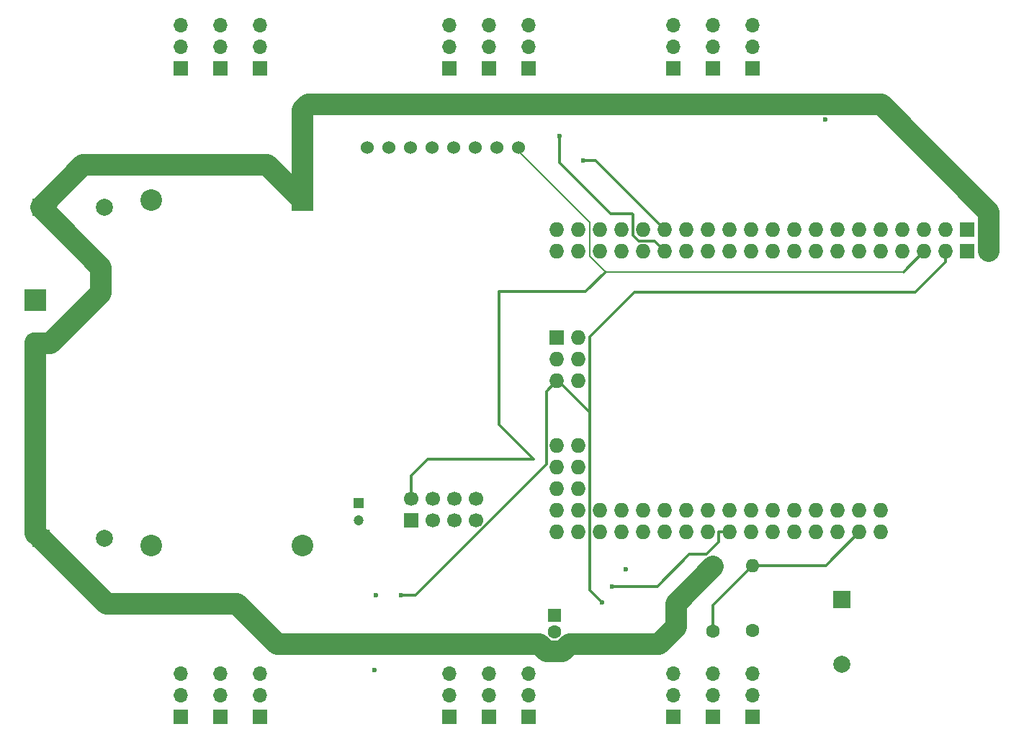
<source format=gbr>
%TF.GenerationSoftware,KiCad,Pcbnew,8.0.7*%
%TF.CreationDate,2025-07-10T17:57:33-04:00*%
%TF.ProjectId,_autosave-Hexapod V2,5f617574-6f73-4617-9665-2d4865786170,rev?*%
%TF.SameCoordinates,Original*%
%TF.FileFunction,Copper,L4,Bot*%
%TF.FilePolarity,Positive*%
%FSLAX46Y46*%
G04 Gerber Fmt 4.6, Leading zero omitted, Abs format (unit mm)*
G04 Created by KiCad (PCBNEW 8.0.7) date 2025-07-10 17:57:33*
%MOMM*%
%LPD*%
G01*
G04 APERTURE LIST*
%TA.AperFunction,ComponentPad*%
%ADD10R,1.700000X1.700000*%
%TD*%
%TA.AperFunction,ComponentPad*%
%ADD11O,1.700000X1.700000*%
%TD*%
%TA.AperFunction,ComponentPad*%
%ADD12R,2.600000X2.600000*%
%TD*%
%TA.AperFunction,ComponentPad*%
%ADD13C,2.600000*%
%TD*%
%TA.AperFunction,ComponentPad*%
%ADD14C,2.540000*%
%TD*%
%TA.AperFunction,ComponentPad*%
%ADD15R,2.540000X2.540000*%
%TD*%
%TA.AperFunction,ComponentPad*%
%ADD16R,1.200000X1.200000*%
%TD*%
%TA.AperFunction,ComponentPad*%
%ADD17C,1.200000*%
%TD*%
%TA.AperFunction,ComponentPad*%
%ADD18R,2.000000X2.000000*%
%TD*%
%TA.AperFunction,ComponentPad*%
%ADD19C,2.000000*%
%TD*%
%TA.AperFunction,ComponentPad*%
%ADD20R,1.600000X1.600000*%
%TD*%
%TA.AperFunction,ComponentPad*%
%ADD21C,1.600000*%
%TD*%
%TA.AperFunction,ComponentPad*%
%ADD22C,1.700000*%
%TD*%
%TA.AperFunction,ComponentPad*%
%ADD23O,1.727200X1.727200*%
%TD*%
%TA.AperFunction,ComponentPad*%
%ADD24R,1.727200X1.727200*%
%TD*%
%TA.AperFunction,ComponentPad*%
%ADD25O,1.600000X1.600000*%
%TD*%
%TA.AperFunction,ComponentPad*%
%ADD26C,1.524000*%
%TD*%
%TA.AperFunction,ViaPad*%
%ADD27C,0.600000*%
%TD*%
%TA.AperFunction,Conductor*%
%ADD28C,0.300000*%
%TD*%
%TA.AperFunction,Conductor*%
%ADD29C,2.500000*%
%TD*%
%TA.AperFunction,Conductor*%
%ADD30C,0.200000*%
%TD*%
G04 APERTURE END LIST*
D10*
%TO.P,Tibia,1,Pin_1*%
%TO.N,GND*%
X143650000Y-53650000D03*
D11*
%TO.P,Tibia,2,Pin_2*%
%TO.N,S+*%
X143650000Y-51110000D03*
%TO.P,Tibia,3,Pin_3*%
%TO.N,S15*%
X143650000Y-48570000D03*
%TD*%
D12*
%TO.P,J1,1,Pin_1*%
%TO.N,GND*%
X95000000Y-80950000D03*
D13*
%TO.P,J1,2,Pin_2*%
%TO.N,VIN*%
X95000000Y-86030000D03*
%TD*%
D10*
%TO.P,Femur,1,Pin_1*%
%TO.N,GND*%
X174650000Y-53650000D03*
D11*
%TO.P,Femur,2,Pin_2*%
%TO.N,S+*%
X174650000Y-51110000D03*
%TO.P,Femur,3,Pin_3*%
%TO.N,S11*%
X174650000Y-48570000D03*
%TD*%
D14*
%TO.P,REF\u002A\u002A,2*%
%TO.N,GND*%
X108610000Y-69170000D03*
%TO.P,REF\u002A\u002A,3*%
X108610000Y-109810000D03*
%TO.P,REF\u002A\u002A,4*%
%TO.N,S+*%
X126390000Y-109810000D03*
D15*
%TO.P,REF\u002A\u002A,B*%
%TO.N,VIN*%
X126390000Y-69170000D03*
%TD*%
D16*
%TO.P,C3,1*%
%TO.N,+3.3V*%
X133000000Y-104839500D03*
D17*
%TO.P,C3,2*%
%TO.N,GND*%
X133000000Y-106839500D03*
%TD*%
D18*
%TO.P,C5,1*%
%TO.N,VIN*%
X95625000Y-109000000D03*
D19*
%TO.P,C5,2*%
%TO.N,GND*%
X103125000Y-109000000D03*
%TD*%
D18*
%TO.P,BZ1,1,+*%
%TO.N,Buzzer*%
X189800000Y-116200000D03*
D19*
%TO.P,BZ1,2,-*%
%TO.N,GND*%
X189800000Y-123800000D03*
%TD*%
D10*
%TO.P,Femur,1,Pin_1*%
%TO.N,GND*%
X148300000Y-130000000D03*
D11*
%TO.P,Femur,2,Pin_2*%
%TO.N,S+*%
X148300000Y-127460000D03*
%TO.P,Femur,3,Pin_3*%
%TO.N,S5*%
X148300000Y-124920000D03*
%TD*%
D10*
%TO.P,Coxa,1,Pin_1*%
%TO.N,GND*%
X152950000Y-53650000D03*
D11*
%TO.P,Coxa,2,Pin_2*%
%TO.N,S+*%
X152950000Y-51110000D03*
%TO.P,Coxa,3,Pin_3*%
%TO.N,S13*%
X152950000Y-48570000D03*
%TD*%
D10*
%TO.P,Coxa,1,Pin_1*%
%TO.N,GND*%
X179300000Y-130000000D03*
D11*
%TO.P,Coxa,2,Pin_2*%
%TO.N,S+*%
X179300000Y-127460000D03*
%TO.P,Coxa,3,Pin_3*%
%TO.N,S1*%
X179300000Y-124920000D03*
%TD*%
D20*
%TO.P,C7,1*%
%TO.N,GND*%
X156000000Y-118000000D03*
D21*
%TO.P,C7,2*%
%TO.N,+5V*%
X156000000Y-120000000D03*
%TD*%
D10*
%TO.P,Femur,1,Pin_1*%
%TO.N,GND*%
X174650000Y-130000000D03*
D11*
%TO.P,Femur,2,Pin_2*%
%TO.N,S+*%
X174650000Y-127460000D03*
%TO.P,Femur,3,Pin_3*%
%TO.N,S2*%
X174650000Y-124920000D03*
%TD*%
D10*
%TO.P,Coxa,1,Pin_1*%
%TO.N,GND*%
X179300000Y-53650000D03*
D11*
%TO.P,Coxa,2,Pin_2*%
%TO.N,S+*%
X179300000Y-51110000D03*
%TO.P,Coxa,3,Pin_3*%
%TO.N,S10*%
X179300000Y-48570000D03*
%TD*%
D10*
%TO.P,Coxa,1,Pin_1*%
%TO.N,GND*%
X121400000Y-53650000D03*
D11*
%TO.P,Coxa,2,Pin_2*%
%TO.N,S+*%
X121400000Y-51110000D03*
%TO.P,Coxa,3,Pin_3*%
%TO.N,S16*%
X121400000Y-48570000D03*
%TD*%
D10*
%TO.P,Tibia,1,Pin_1*%
%TO.N,GND*%
X112100000Y-130000000D03*
D11*
%TO.P,Tibia,2,Pin_2*%
%TO.N,S+*%
X112100000Y-127460000D03*
%TO.P,Tibia,3,Pin_3*%
%TO.N,S9*%
X112100000Y-124920000D03*
%TD*%
D10*
%TO.P,Femur,1,Pin_1*%
%TO.N,GND*%
X116750000Y-130000000D03*
D11*
%TO.P,Femur,2,Pin_2*%
%TO.N,S+*%
X116750000Y-127460000D03*
%TO.P,Femur,3,Pin_3*%
%TO.N,S8*%
X116750000Y-124920000D03*
%TD*%
D10*
%TO.P,Tibia,1,Pin_1*%
%TO.N,GND*%
X170000000Y-130000000D03*
D11*
%TO.P,Tibia,2,Pin_2*%
%TO.N,S+*%
X170000000Y-127460000D03*
%TO.P,Tibia,3,Pin_3*%
%TO.N,S3*%
X170000000Y-124920000D03*
%TD*%
D10*
%TO.P,U2,1,GND*%
%TO.N,GND*%
X139175000Y-106839500D03*
D22*
%TO.P,U2,2,VCC*%
%TO.N,+3.3V*%
X139175000Y-104299500D03*
%TO.P,U2,3,CE*%
%TO.N,CE*%
X141715000Y-106839500D03*
%TO.P,U2,4,~{CSN}*%
%TO.N,CSN*%
X141715000Y-104299500D03*
%TO.P,U2,5,SCK*%
%TO.N,SCK*%
X144255000Y-106839500D03*
%TO.P,U2,6,MOSI*%
%TO.N,MOSI*%
X144255000Y-104299500D03*
%TO.P,U2,7,MISO*%
%TO.N,MISO*%
X146795000Y-106839500D03*
%TO.P,U2,8,IRQ*%
%TO.N,unconnected-(U2-IRQ-Pad8)*%
X146795000Y-104299500D03*
%TD*%
D23*
%TO.P,A1,3V31,3.3V*%
%TO.N,+3.3V*%
X199475000Y-75210000D03*
%TO.P,A1,3V32,3.3V*%
X199475000Y-72670000D03*
%TO.P,A1,5V1,5V*%
%TO.N,+5V*%
X202015000Y-75210000D03*
%TO.P,A1,5V2,SPI_5V*%
X156295000Y-90450000D03*
%TO.P,A1,5V3,5V*%
X202015000Y-72670000D03*
%TO.P,A1,A0,A0*%
%TO.N,unconnected-(A1-PadA0)*%
X194395000Y-108230000D03*
%TO.P,A1,A1,A1*%
%TO.N,unconnected-(A1-PadA1)*%
X194395000Y-105690000D03*
%TO.P,A1,A2,A2*%
%TO.N,VD Reading*%
X191855000Y-108230000D03*
%TO.P,A1,A3,A3*%
%TO.N,unconnected-(A1-PadA3)*%
X191855000Y-105690000D03*
%TO.P,A1,A4,A4*%
%TO.N,Buzzer*%
X189315000Y-108230000D03*
%TO.P,A1,A5,A5*%
%TO.N,unconnected-(A1-PadA5)*%
X189315000Y-105690000D03*
%TO.P,A1,A6,A6*%
%TO.N,unconnected-(A1-PadA6)*%
X186775000Y-108230000D03*
%TO.P,A1,A7,A7*%
%TO.N,unconnected-(A1-PadA7)*%
X186775000Y-105690000D03*
%TO.P,A1,A8,A8*%
%TO.N,unconnected-(A1-PadA8)*%
X184235000Y-108230000D03*
%TO.P,A1,A9,A9*%
%TO.N,unconnected-(A1-PadA9)*%
X184235000Y-105690000D03*
%TO.P,A1,A10,A10*%
%TO.N,unconnected-(A1-PadA10)*%
X181695000Y-108230000D03*
%TO.P,A1,A11,A11*%
%TO.N,unconnected-(A1-PadA11)*%
X181695000Y-105690000D03*
%TO.P,A1,A12,A12*%
%TO.N,unconnected-(A1-PadA12)*%
X179155000Y-108230000D03*
%TO.P,A1,A13,A13*%
%TO.N,unconnected-(A1-PadA13)*%
X179155000Y-105690000D03*
%TO.P,A1,A14,A14*%
%TO.N,Current Reading*%
X176615000Y-108230000D03*
%TO.P,A1,A15,A15*%
%TO.N,unconnected-(A1-PadA15)*%
X176615000Y-105690000D03*
%TO.P,A1,AREF,AREF*%
%TO.N,unconnected-(A1-PadAREF)*%
X196935000Y-75210000D03*
%TO.P,A1,D0,D0/RX0*%
%TO.N,unconnected-(A1-D0{slash}RX0-PadD0)*%
X194395000Y-75210000D03*
%TO.P,A1,D1,D1/TX0*%
%TO.N,unconnected-(A1-D1{slash}TX0-PadD1)*%
X194395000Y-72670000D03*
%TO.P,A1,D2,D2_INT0*%
%TO.N,unconnected-(A1-D2_INT0-PadD2)*%
X191855000Y-75210000D03*
%TO.P,A1,D3,D3_INT1*%
%TO.N,unconnected-(A1-D3_INT1-PadD3)*%
X191855000Y-72670000D03*
%TO.P,A1,D4,D4*%
%TO.N,LED1*%
X189315000Y-75210000D03*
%TO.P,A1,D5,D5*%
%TO.N,unconnected-(A1-PadD5)*%
X189315000Y-72670000D03*
%TO.P,A1,D6,D6*%
%TO.N,unconnected-(A1-PadD6)*%
X186775000Y-75210000D03*
%TO.P,A1,D7,D7*%
%TO.N,S10*%
X186775000Y-72670000D03*
%TO.P,A1,D8,D8*%
%TO.N,unconnected-(A1-PadD8)*%
X184235000Y-75210000D03*
%TO.P,A1,D9,D9*%
%TO.N,S11*%
X184235000Y-72670000D03*
%TO.P,A1,D10,D10*%
%TO.N,unconnected-(A1-PadD10)*%
X181695000Y-75210000D03*
%TO.P,A1,D11,D11*%
%TO.N,S12*%
X181695000Y-72670000D03*
%TO.P,A1,D12,D12*%
%TO.N,unconnected-(A1-PadD12)*%
X179155000Y-75210000D03*
%TO.P,A1,D13,D13*%
%TO.N,S13*%
X179155000Y-72670000D03*
%TO.P,A1,D14,D14/TX3*%
%TO.N,unconnected-(A1-D14{slash}TX3-PadD14)*%
X176615000Y-75210000D03*
%TO.P,A1,D15,D15/RX3*%
%TO.N,unconnected-(A1-D15{slash}RX3-PadD15)*%
X176615000Y-72670000D03*
%TO.P,A1,D16,D16/TX2*%
%TO.N,unconnected-(A1-D16{slash}TX2-PadD16)*%
X174075000Y-75210000D03*
%TO.P,A1,D17,D17/RX2*%
%TO.N,unconnected-(A1-D17{slash}RX2-PadD17)*%
X174075000Y-72670000D03*
%TO.P,A1,D18,D18/TX1*%
%TO.N,unconnected-(A1-D18{slash}TX1-PadD18)*%
X171535000Y-75210000D03*
%TO.P,A1,D19,D19/RX1*%
%TO.N,unconnected-(A1-D19{slash}RX1-PadD19)*%
X171535000Y-72670000D03*
%TO.P,A1,D20,D20/SDA*%
%TO.N,SDA*%
X168995000Y-75210000D03*
%TO.P,A1,D21,D21/SCL*%
%TO.N,SCL*%
X168995000Y-72670000D03*
%TO.P,A1,D22,D22*%
%TO.N,unconnected-(A1-PadD22)*%
X166455000Y-75210000D03*
%TO.P,A1,D23,D23*%
%TO.N,S14*%
X166455000Y-72670000D03*
%TO.P,A1,D24,D24*%
%TO.N,unconnected-(A1-PadD24)*%
X163915000Y-75210000D03*
%TO.P,A1,D25,D25*%
%TO.N,S15*%
X163915000Y-72670000D03*
%TO.P,A1,D26,D26*%
%TO.N,unconnected-(A1-PadD26)*%
X161375000Y-75210000D03*
%TO.P,A1,D27,D27*%
%TO.N,S16*%
X161375000Y-72670000D03*
%TO.P,A1,D28,D28*%
%TO.N,unconnected-(A1-PadD28)*%
X158835000Y-75210000D03*
%TO.P,A1,D29,D29*%
%TO.N,S17*%
X158835000Y-72670000D03*
%TO.P,A1,D30,D30*%
%TO.N,unconnected-(A1-PadD30)*%
X156295000Y-75210000D03*
%TO.P,A1,D31,D31*%
%TO.N,S18*%
X156295000Y-72670000D03*
%TO.P,A1,D32,D32*%
%TO.N,S1*%
X174075000Y-108230000D03*
%TO.P,A1,D33,D33*%
%TO.N,unconnected-(A1-PadD33)*%
X174075000Y-105690000D03*
%TO.P,A1,D34,D34*%
%TO.N,S2*%
X171535000Y-108230000D03*
%TO.P,A1,D35,D35*%
%TO.N,unconnected-(A1-PadD35)*%
X171535000Y-105690000D03*
%TO.P,A1,D36,D36*%
%TO.N,S3*%
X168995000Y-108230000D03*
%TO.P,A1,D37,D37*%
%TO.N,unconnected-(A1-PadD37)*%
X168995000Y-105690000D03*
%TO.P,A1,D38,D38*%
%TO.N,S4*%
X166455000Y-108230000D03*
%TO.P,A1,D39,D39*%
%TO.N,unconnected-(A1-PadD39)*%
X166455000Y-105690000D03*
%TO.P,A1,D40,D40*%
%TO.N,S5*%
X163915000Y-108230000D03*
%TO.P,A1,D41,D41*%
%TO.N,unconnected-(A1-PadD41)*%
X163915000Y-105690000D03*
%TO.P,A1,D42,D42*%
%TO.N,S6*%
X161375000Y-108230000D03*
%TO.P,A1,D43,D43*%
%TO.N,unconnected-(A1-PadD43)*%
X161375000Y-105690000D03*
%TO.P,A1,D44,D44*%
%TO.N,LED2*%
X158835000Y-108230000D03*
%TO.P,A1,D45,D45*%
%TO.N,S7*%
X158835000Y-105690000D03*
%TO.P,A1,D46,D46*%
%TO.N,S8*%
X156295000Y-108230000D03*
%TO.P,A1,D47,D47*%
%TO.N,S9*%
X156295000Y-105690000D03*
%TO.P,A1,D48,D48*%
%TO.N,CE*%
X156295000Y-103150000D03*
%TO.P,A1,D49,D49*%
%TO.N,unconnected-(A1-PadD49)*%
X158835000Y-103150000D03*
%TO.P,A1,D50,D50_MISO*%
%TO.N,MISO*%
X156295000Y-100610000D03*
%TO.P,A1,D51,D51_MOSI*%
%TO.N,MOSI*%
X158835000Y-100610000D03*
%TO.P,A1,D52,D52_SCK*%
%TO.N,SCK*%
X156295000Y-98070000D03*
%TO.P,A1,D53,D53_CS*%
%TO.N,CSN*%
X158835000Y-98070000D03*
D24*
%TO.P,A1,GND1,GND*%
%TO.N,GND*%
X204555000Y-75210000D03*
%TO.P,A1,GND2,GND*%
X204555000Y-72670000D03*
%TO.P,A1,GND4,SPI_GND*%
X156295000Y-85370000D03*
D23*
%TO.P,A1,MISO,SPI_MISO*%
%TO.N,unconnected-(A1-SPI_MISO-PadMISO)*%
X158835000Y-90450000D03*
%TO.P,A1,MOSI,SPI_MOSI*%
%TO.N,unconnected-(A1-SPI_MOSI-PadMOSI)*%
X156295000Y-87910000D03*
%TO.P,A1,RST1,RESET*%
%TO.N,unconnected-(A1-RESET-PadRST1)*%
X196935000Y-72670000D03*
%TO.P,A1,RST2,SPI_RESET*%
%TO.N,unconnected-(A1-SPI_RESET-PadRST2)*%
X158835000Y-85370000D03*
%TO.P,A1,SCK,SPI_SCK*%
%TO.N,unconnected-(A1-SPI_SCK-PadSCK)*%
X158835000Y-87910000D03*
%TO.P,A1,VIN1,VIN*%
%TO.N,VIN*%
X207095000Y-75210000D03*
%TO.P,A1,VIN2,VIN*%
X207095000Y-72670000D03*
%TD*%
D10*
%TO.P,Tibia,1,Pin_1*%
%TO.N,GND*%
X143650000Y-130000000D03*
D11*
%TO.P,Tibia,2,Pin_2*%
%TO.N,S+*%
X143650000Y-127460000D03*
%TO.P,Tibia,3,Pin_3*%
%TO.N,S6*%
X143650000Y-124920000D03*
%TD*%
D10*
%TO.P,Coxa,1,Pin_1*%
%TO.N,GND*%
X121400000Y-130000000D03*
D11*
%TO.P,Coxa,2,Pin_2*%
%TO.N,S+*%
X121400000Y-127460000D03*
%TO.P,Coxa,3,Pin_3*%
%TO.N,S7*%
X121400000Y-124920000D03*
%TD*%
D10*
%TO.P,Coxa,1,Pin_1*%
%TO.N,GND*%
X152950000Y-130000000D03*
D11*
%TO.P,Coxa,2,Pin_2*%
%TO.N,S+*%
X152950000Y-127460000D03*
%TO.P,Coxa,3,Pin_3*%
%TO.N,S4*%
X152950000Y-124920000D03*
%TD*%
D18*
%TO.P,C4,1*%
%TO.N,VIN*%
X95625000Y-69980000D03*
D19*
%TO.P,C4,2*%
%TO.N,GND*%
X103125000Y-69980000D03*
%TD*%
D10*
%TO.P,Tibia,1,Pin_1*%
%TO.N,GND*%
X112100000Y-53650000D03*
D11*
%TO.P,Tibia,2,Pin_2*%
%TO.N,S+*%
X112100000Y-51110000D03*
%TO.P,Tibia,3,Pin_3*%
%TO.N,S18*%
X112100000Y-48570000D03*
%TD*%
D10*
%TO.P,Tibia,1,Pin_1*%
%TO.N,GND*%
X170000000Y-53650000D03*
D11*
%TO.P,Tibia,2,Pin_2*%
%TO.N,S+*%
X170000000Y-51110000D03*
%TO.P,Tibia,3,Pin_3*%
%TO.N,S12*%
X170000000Y-48570000D03*
%TD*%
D21*
%TO.P,R2,1*%
%TO.N,GND*%
X179337600Y-119790000D03*
D25*
%TO.P,R2,2*%
%TO.N,VD Reading*%
X179337600Y-112170000D03*
%TD*%
D10*
%TO.P,Femur,1,Pin_1*%
%TO.N,GND*%
X148300000Y-53650000D03*
D11*
%TO.P,Femur,2,Pin_2*%
%TO.N,S+*%
X148300000Y-51110000D03*
%TO.P,Femur,3,Pin_3*%
%TO.N,S14*%
X148300000Y-48570000D03*
%TD*%
D26*
%TO.P,U1,1,VCC*%
%TO.N,+3.3V*%
X151780000Y-63000000D03*
%TO.P,U1,2,GND*%
%TO.N,GND*%
X149240000Y-63000000D03*
%TO.P,U1,3,SCL*%
%TO.N,SCL*%
X146700000Y-63000000D03*
%TO.P,U1,4,SDA*%
%TO.N,SDA*%
X144160000Y-63000000D03*
%TO.P,U1,5,XDA*%
%TO.N,unconnected-(U1-XDA-Pad5)*%
X141620000Y-63000000D03*
%TO.P,U1,6,XCL*%
%TO.N,unconnected-(U1-XCL-Pad6)*%
X139080000Y-63000000D03*
%TO.P,U1,7,ADD*%
%TO.N,unconnected-(U1-ADD-Pad7)*%
X136540000Y-63000000D03*
%TO.P,U1,8,INT*%
%TO.N,unconnected-(U1-INT-Pad8)*%
X134000000Y-63000000D03*
%TD*%
D21*
%TO.P,R1,1*%
%TO.N,VD Reading*%
X174650000Y-119920000D03*
D25*
%TO.P,R1,2*%
%TO.N,VIN*%
X174650000Y-112300000D03*
%TD*%
D12*
%TO.P,J1,1,Pin_1*%
%TO.N,VIN*%
X95000000Y-92950000D03*
D13*
%TO.P,J1,2,Pin_2*%
X95000000Y-98030000D03*
%TD*%
D10*
%TO.P,Femur,1,Pin_1*%
%TO.N,GND*%
X116750000Y-53650000D03*
D11*
%TO.P,Femur,2,Pin_2*%
%TO.N,S+*%
X116750000Y-51110000D03*
%TO.P,Femur,3,Pin_3*%
%TO.N,S17*%
X116750000Y-48570000D03*
%TD*%
D27*
%TO.N,+5V*%
X161595000Y-116525000D03*
X138012500Y-115687500D03*
%TO.N,GND*%
X164450000Y-112650000D03*
X134850000Y-124450000D03*
X135025000Y-115650000D03*
X187840000Y-59670000D03*
%TO.N,VIN*%
X165405000Y-121475000D03*
X161595000Y-121475000D03*
X162865000Y-121475000D03*
X164135000Y-121475000D03*
%TO.N,SDA*%
X156579800Y-61635200D03*
%TO.N,SCL*%
X159419800Y-64560200D03*
%TO.N,Current Reading*%
X162800000Y-114600000D03*
%TD*%
D28*
%TO.N,+5V*%
X155081400Y-91663600D02*
X155081400Y-100250157D01*
X155081400Y-100250157D02*
X139644057Y-115687500D01*
X198446314Y-80000000D02*
X165400000Y-80000000D01*
X160161400Y-115091400D02*
X160161400Y-94154973D01*
X160161400Y-94154973D02*
X156456427Y-90450000D01*
X139644057Y-115687500D02*
X138012500Y-115687500D01*
X161595000Y-116525000D02*
X160161400Y-115091400D01*
X165400000Y-80000000D02*
X160161400Y-85238600D01*
X156456427Y-90450000D02*
X156295000Y-90450000D01*
X202015000Y-76431314D02*
X198446314Y-80000000D01*
X160161400Y-85238600D02*
X160161400Y-94154973D01*
X202015000Y-75210000D02*
X202015000Y-76431314D01*
X156295000Y-90450000D02*
X155081400Y-91663600D01*
D29*
%TO.N,VIN*%
X126390000Y-58610000D02*
X126390000Y-69170000D01*
X95000000Y-108375000D02*
X95625000Y-109000000D01*
X95625000Y-109000000D02*
X103325000Y-116700000D01*
X154218019Y-121400000D02*
X155068019Y-122250000D01*
X102700000Y-80090000D02*
X96760000Y-86030000D01*
X168300000Y-121400000D02*
X170300000Y-119400000D01*
X207095000Y-70582800D02*
X194432200Y-57920000D01*
X207095000Y-72670000D02*
X207095000Y-75210000D01*
X207095000Y-72670000D02*
X207095000Y-70582800D01*
X156931981Y-122250000D02*
X157781981Y-121400000D01*
X102700000Y-77100000D02*
X102700000Y-80090000D01*
X126390000Y-69170000D02*
X122220000Y-65000000D01*
X97750000Y-72150000D02*
X102700000Y-77100000D01*
X122220000Y-65000000D02*
X100605000Y-65000000D01*
X95000000Y-92950000D02*
X95000000Y-98030000D01*
X127080000Y-57920000D02*
X126390000Y-58610000D01*
X170300000Y-116650000D02*
X174650000Y-112300000D01*
X123400000Y-121400000D02*
X154218019Y-121400000D01*
X155068019Y-122250000D02*
X156931981Y-122250000D01*
X96760000Y-86030000D02*
X95000000Y-86030000D01*
X97750000Y-72105000D02*
X97750000Y-72150000D01*
X157781981Y-121400000D02*
X168300000Y-121400000D01*
X95625000Y-69980000D02*
X97750000Y-72105000D01*
X170300000Y-119400000D02*
X170300000Y-116650000D01*
X95000000Y-86030000D02*
X95000000Y-92950000D01*
X118700000Y-116700000D02*
X123400000Y-121400000D01*
X103325000Y-116700000D02*
X118700000Y-116700000D01*
X95000000Y-98030000D02*
X95000000Y-108375000D01*
X194432200Y-57920000D02*
X127080000Y-57920000D01*
X100605000Y-65000000D02*
X95625000Y-69980000D01*
D28*
%TO.N,SDA*%
X165241400Y-70858600D02*
X165241400Y-73285490D01*
X167781400Y-73996400D02*
X168995000Y-75210000D01*
X165952310Y-73996400D02*
X167781400Y-73996400D01*
X165241400Y-73285490D02*
X165952310Y-73996400D01*
X165182800Y-70800000D02*
X165241400Y-70858600D01*
X156579800Y-64779800D02*
X162600000Y-70800000D01*
X162600000Y-70800000D02*
X165182800Y-70800000D01*
X156579800Y-61635200D02*
X156579800Y-64779800D01*
D30*
%TO.N,+3.3V*%
X160211400Y-75751400D02*
X162060000Y-77600000D01*
X151780000Y-63400000D02*
X160211400Y-71831400D01*
D28*
X162000000Y-77600000D02*
X162060000Y-77600000D01*
X199475000Y-75210000D02*
X197085000Y-77600000D01*
D30*
X151780000Y-63000000D02*
X151780000Y-63400000D01*
D28*
X139175000Y-104299500D02*
X139175000Y-101625000D01*
X159700000Y-79900000D02*
X162000000Y-77600000D01*
X139175000Y-101625000D02*
X141150000Y-99650000D01*
D30*
X160211400Y-71831400D02*
X160211400Y-75751400D01*
D28*
X141150000Y-99650000D02*
X153575000Y-99650000D01*
D30*
X162060000Y-77600000D02*
X197085000Y-77600000D01*
D28*
X153575000Y-99650000D02*
X149500000Y-95575000D01*
X149500000Y-79900000D02*
X159700000Y-79900000D01*
X149500000Y-95575000D02*
X149500000Y-79900000D01*
%TO.N,SCL*%
X159419800Y-64560200D02*
X160885200Y-64560200D01*
X160885200Y-64560200D02*
X168995000Y-72670000D01*
%TO.N,VD Reading*%
X174650000Y-116857600D02*
X179337600Y-112170000D01*
X179337600Y-112170000D02*
X187915000Y-112170000D01*
X187915000Y-112170000D02*
X191855000Y-108230000D01*
X174650000Y-119920000D02*
X174650000Y-116857600D01*
%TO.N,Current Reading*%
X162800000Y-114600000D02*
X168100000Y-114600000D01*
X173900000Y-110800000D02*
X175288600Y-109411400D01*
X171900000Y-110800000D02*
X173900000Y-110800000D01*
X168100000Y-114600000D02*
X171900000Y-110800000D01*
X175288600Y-108230000D02*
X176615000Y-108230000D01*
X175288600Y-109411400D02*
X175288600Y-108230000D01*
%TD*%
M02*

</source>
